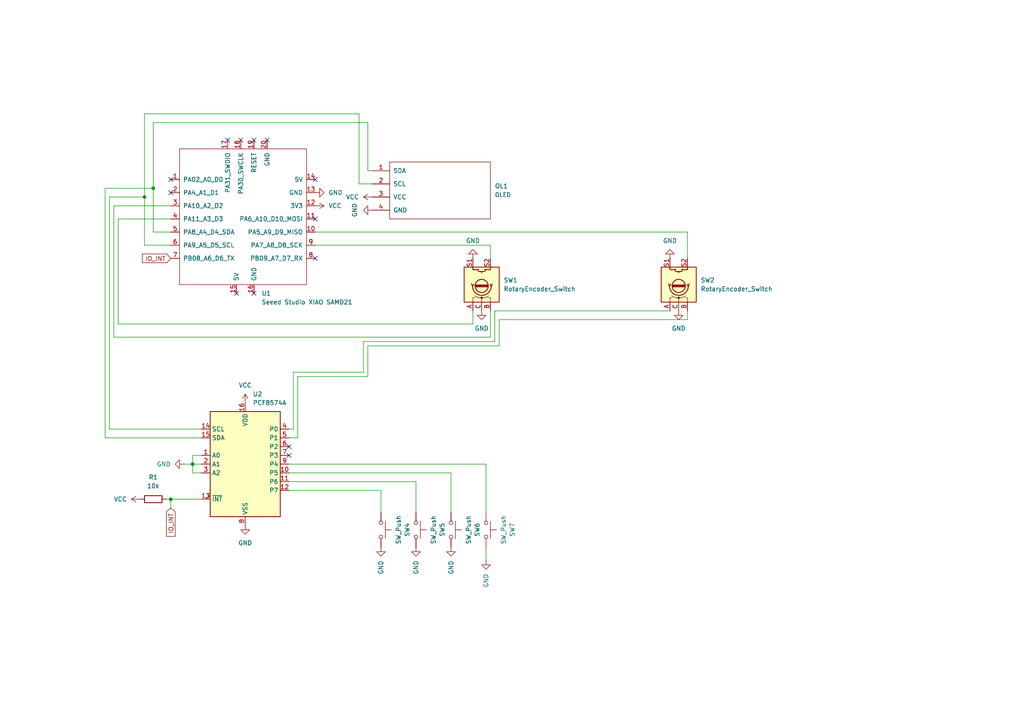
<source format=kicad_sch>
(kicad_sch
	(version 20250114)
	(generator "eeschema")
	(generator_version "9.0")
	(uuid "76a10a25-5de2-49b2-a98b-56cfcdc4918d")
	(paper "A4")
	(lib_symbols
		(symbol "Device:R"
			(pin_numbers
				(hide yes)
			)
			(pin_names
				(offset 0)
			)
			(exclude_from_sim no)
			(in_bom yes)
			(on_board yes)
			(property "Reference" "R"
				(at 2.032 0 90)
				(effects
					(font
						(size 1.27 1.27)
					)
				)
			)
			(property "Value" "R"
				(at 0 0 90)
				(effects
					(font
						(size 1.27 1.27)
					)
				)
			)
			(property "Footprint" ""
				(at -1.778 0 90)
				(effects
					(font
						(size 1.27 1.27)
					)
					(hide yes)
				)
			)
			(property "Datasheet" "~"
				(at 0 0 0)
				(effects
					(font
						(size 1.27 1.27)
					)
					(hide yes)
				)
			)
			(property "Description" "Resistor"
				(at 0 0 0)
				(effects
					(font
						(size 1.27 1.27)
					)
					(hide yes)
				)
			)
			(property "ki_keywords" "R res resistor"
				(at 0 0 0)
				(effects
					(font
						(size 1.27 1.27)
					)
					(hide yes)
				)
			)
			(property "ki_fp_filters" "R_*"
				(at 0 0 0)
				(effects
					(font
						(size 1.27 1.27)
					)
					(hide yes)
				)
			)
			(symbol "R_0_1"
				(rectangle
					(start -1.016 -2.54)
					(end 1.016 2.54)
					(stroke
						(width 0.254)
						(type default)
					)
					(fill
						(type none)
					)
				)
			)
			(symbol "R_1_1"
				(pin passive line
					(at 0 3.81 270)
					(length 1.27)
					(name "~"
						(effects
							(font
								(size 1.27 1.27)
							)
						)
					)
					(number "1"
						(effects
							(font
								(size 1.27 1.27)
							)
						)
					)
				)
				(pin passive line
					(at 0 -3.81 90)
					(length 1.27)
					(name "~"
						(effects
							(font
								(size 1.27 1.27)
							)
						)
					)
					(number "2"
						(effects
							(font
								(size 1.27 1.27)
							)
						)
					)
				)
			)
			(embedded_fonts no)
		)
		(symbol "Device:RotaryEncoder_Switch"
			(pin_names
				(offset 0.254)
				(hide yes)
			)
			(exclude_from_sim no)
			(in_bom yes)
			(on_board yes)
			(property "Reference" "SW"
				(at 0 6.604 0)
				(effects
					(font
						(size 1.27 1.27)
					)
				)
			)
			(property "Value" "RotaryEncoder_Switch"
				(at 0 -6.604 0)
				(effects
					(font
						(size 1.27 1.27)
					)
				)
			)
			(property "Footprint" ""
				(at -3.81 4.064 0)
				(effects
					(font
						(size 1.27 1.27)
					)
					(hide yes)
				)
			)
			(property "Datasheet" "~"
				(at 0 6.604 0)
				(effects
					(font
						(size 1.27 1.27)
					)
					(hide yes)
				)
			)
			(property "Description" "Rotary encoder, dual channel, incremental quadrate outputs, with switch"
				(at 0 0 0)
				(effects
					(font
						(size 1.27 1.27)
					)
					(hide yes)
				)
			)
			(property "ki_keywords" "rotary switch encoder switch push button"
				(at 0 0 0)
				(effects
					(font
						(size 1.27 1.27)
					)
					(hide yes)
				)
			)
			(property "ki_fp_filters" "RotaryEncoder*Switch*"
				(at 0 0 0)
				(effects
					(font
						(size 1.27 1.27)
					)
					(hide yes)
				)
			)
			(symbol "RotaryEncoder_Switch_0_1"
				(rectangle
					(start -5.08 5.08)
					(end 5.08 -5.08)
					(stroke
						(width 0.254)
						(type default)
					)
					(fill
						(type background)
					)
				)
				(polyline
					(pts
						(xy -5.08 2.54) (xy -3.81 2.54) (xy -3.81 2.032)
					)
					(stroke
						(width 0)
						(type default)
					)
					(fill
						(type none)
					)
				)
				(polyline
					(pts
						(xy -5.08 0) (xy -3.81 0) (xy -3.81 -1.016) (xy -3.302 -2.032)
					)
					(stroke
						(width 0)
						(type default)
					)
					(fill
						(type none)
					)
				)
				(polyline
					(pts
						(xy -5.08 -2.54) (xy -3.81 -2.54) (xy -3.81 -2.032)
					)
					(stroke
						(width 0)
						(type default)
					)
					(fill
						(type none)
					)
				)
				(polyline
					(pts
						(xy -4.318 0) (xy -3.81 0) (xy -3.81 1.016) (xy -3.302 2.032)
					)
					(stroke
						(width 0)
						(type default)
					)
					(fill
						(type none)
					)
				)
				(circle
					(center -3.81 0)
					(radius 0.254)
					(stroke
						(width 0)
						(type default)
					)
					(fill
						(type outline)
					)
				)
				(polyline
					(pts
						(xy -0.635 -1.778) (xy -0.635 1.778)
					)
					(stroke
						(width 0.254)
						(type default)
					)
					(fill
						(type none)
					)
				)
				(circle
					(center -0.381 0)
					(radius 1.905)
					(stroke
						(width 0.254)
						(type default)
					)
					(fill
						(type none)
					)
				)
				(polyline
					(pts
						(xy -0.381 -1.778) (xy -0.381 1.778)
					)
					(stroke
						(width 0.254)
						(type default)
					)
					(fill
						(type none)
					)
				)
				(arc
					(start -0.381 -2.794)
					(mid -3.0988 -0.0635)
					(end -0.381 2.667)
					(stroke
						(width 0.254)
						(type default)
					)
					(fill
						(type none)
					)
				)
				(polyline
					(pts
						(xy -0.127 1.778) (xy -0.127 -1.778)
					)
					(stroke
						(width 0.254)
						(type default)
					)
					(fill
						(type none)
					)
				)
				(polyline
					(pts
						(xy 0.254 2.921) (xy -0.508 2.667) (xy 0.127 2.286)
					)
					(stroke
						(width 0.254)
						(type default)
					)
					(fill
						(type none)
					)
				)
				(polyline
					(pts
						(xy 0.254 -3.048) (xy -0.508 -2.794) (xy 0.127 -2.413)
					)
					(stroke
						(width 0.254)
						(type default)
					)
					(fill
						(type none)
					)
				)
				(polyline
					(pts
						(xy 3.81 1.016) (xy 3.81 -1.016)
					)
					(stroke
						(width 0.254)
						(type default)
					)
					(fill
						(type none)
					)
				)
				(polyline
					(pts
						(xy 3.81 0) (xy 3.429 0)
					)
					(stroke
						(width 0.254)
						(type default)
					)
					(fill
						(type none)
					)
				)
				(circle
					(center 4.318 1.016)
					(radius 0.127)
					(stroke
						(width 0.254)
						(type default)
					)
					(fill
						(type none)
					)
				)
				(circle
					(center 4.318 -1.016)
					(radius 0.127)
					(stroke
						(width 0.254)
						(type default)
					)
					(fill
						(type none)
					)
				)
				(polyline
					(pts
						(xy 5.08 2.54) (xy 4.318 2.54) (xy 4.318 1.016)
					)
					(stroke
						(width 0.254)
						(type default)
					)
					(fill
						(type none)
					)
				)
				(polyline
					(pts
						(xy 5.08 -2.54) (xy 4.318 -2.54) (xy 4.318 -1.016)
					)
					(stroke
						(width 0.254)
						(type default)
					)
					(fill
						(type none)
					)
				)
			)
			(symbol "RotaryEncoder_Switch_1_1"
				(pin passive line
					(at -7.62 2.54 0)
					(length 2.54)
					(name "A"
						(effects
							(font
								(size 1.27 1.27)
							)
						)
					)
					(number "A"
						(effects
							(font
								(size 1.27 1.27)
							)
						)
					)
				)
				(pin passive line
					(at -7.62 0 0)
					(length 2.54)
					(name "C"
						(effects
							(font
								(size 1.27 1.27)
							)
						)
					)
					(number "C"
						(effects
							(font
								(size 1.27 1.27)
							)
						)
					)
				)
				(pin passive line
					(at -7.62 -2.54 0)
					(length 2.54)
					(name "B"
						(effects
							(font
								(size 1.27 1.27)
							)
						)
					)
					(number "B"
						(effects
							(font
								(size 1.27 1.27)
							)
						)
					)
				)
				(pin passive line
					(at 7.62 2.54 180)
					(length 2.54)
					(name "S1"
						(effects
							(font
								(size 1.27 1.27)
							)
						)
					)
					(number "S1"
						(effects
							(font
								(size 1.27 1.27)
							)
						)
					)
				)
				(pin passive line
					(at 7.62 -2.54 180)
					(length 2.54)
					(name "S2"
						(effects
							(font
								(size 1.27 1.27)
							)
						)
					)
					(number "S2"
						(effects
							(font
								(size 1.27 1.27)
							)
						)
					)
				)
			)
			(embedded_fonts no)
		)
		(symbol "Interface_Expansion:PCF8574A"
			(exclude_from_sim no)
			(in_bom yes)
			(on_board yes)
			(property "Reference" "U"
				(at -8.89 16.51 0)
				(effects
					(font
						(size 1.27 1.27)
					)
					(justify left)
				)
			)
			(property "Value" "PCF8574A"
				(at 2.54 16.51 0)
				(effects
					(font
						(size 1.27 1.27)
					)
					(justify left)
				)
			)
			(property "Footprint" ""
				(at 0 0 0)
				(effects
					(font
						(size 1.27 1.27)
					)
					(hide yes)
				)
			)
			(property "Datasheet" "http://www.nxp.com/docs/en/data-sheet/PCF8574_PCF8574A.pdf"
				(at 0 0 0)
				(effects
					(font
						(size 1.27 1.27)
					)
					(hide yes)
				)
			)
			(property "Description" "8 Bit Port/Expander to I2C Bus, DIP/SOIC-16"
				(at 0 0 0)
				(effects
					(font
						(size 1.27 1.27)
					)
					(hide yes)
				)
			)
			(property "ki_keywords" "I2C Expander"
				(at 0 0 0)
				(effects
					(font
						(size 1.27 1.27)
					)
					(hide yes)
				)
			)
			(property "ki_fp_filters" "DIP*W7.62mm* SOIC*7.5x10.3mm*P1.27mm*"
				(at 0 0 0)
				(effects
					(font
						(size 1.27 1.27)
					)
					(hide yes)
				)
			)
			(symbol "PCF8574A_0_1"
				(rectangle
					(start -10.16 15.24)
					(end 10.16 -15.24)
					(stroke
						(width 0.254)
						(type default)
					)
					(fill
						(type background)
					)
				)
			)
			(symbol "PCF8574A_1_1"
				(pin input line
					(at -12.7 10.16 0)
					(length 2.54)
					(name "SCL"
						(effects
							(font
								(size 1.27 1.27)
							)
						)
					)
					(number "14"
						(effects
							(font
								(size 1.27 1.27)
							)
						)
					)
				)
				(pin bidirectional line
					(at -12.7 7.62 0)
					(length 2.54)
					(name "SDA"
						(effects
							(font
								(size 1.27 1.27)
							)
						)
					)
					(number "15"
						(effects
							(font
								(size 1.27 1.27)
							)
						)
					)
				)
				(pin input line
					(at -12.7 2.54 0)
					(length 2.54)
					(name "A0"
						(effects
							(font
								(size 1.27 1.27)
							)
						)
					)
					(number "1"
						(effects
							(font
								(size 1.27 1.27)
							)
						)
					)
				)
				(pin input line
					(at -12.7 0 0)
					(length 2.54)
					(name "A1"
						(effects
							(font
								(size 1.27 1.27)
							)
						)
					)
					(number "2"
						(effects
							(font
								(size 1.27 1.27)
							)
						)
					)
				)
				(pin input line
					(at -12.7 -2.54 0)
					(length 2.54)
					(name "A2"
						(effects
							(font
								(size 1.27 1.27)
							)
						)
					)
					(number "3"
						(effects
							(font
								(size 1.27 1.27)
							)
						)
					)
				)
				(pin open_collector output_low
					(at -12.7 -10.16 0)
					(length 2.54)
					(name "~{INT}"
						(effects
							(font
								(size 1.27 1.27)
							)
						)
					)
					(number "13"
						(effects
							(font
								(size 1.27 1.27)
							)
						)
					)
				)
				(pin power_in line
					(at 0 17.78 270)
					(length 2.54)
					(name "VDD"
						(effects
							(font
								(size 1.27 1.27)
							)
						)
					)
					(number "16"
						(effects
							(font
								(size 1.27 1.27)
							)
						)
					)
				)
				(pin power_in line
					(at 0 -17.78 90)
					(length 2.54)
					(name "VSS"
						(effects
							(font
								(size 1.27 1.27)
							)
						)
					)
					(number "8"
						(effects
							(font
								(size 1.27 1.27)
							)
						)
					)
				)
				(pin bidirectional line
					(at 12.7 10.16 180)
					(length 2.54)
					(name "P0"
						(effects
							(font
								(size 1.27 1.27)
							)
						)
					)
					(number "4"
						(effects
							(font
								(size 1.27 1.27)
							)
						)
					)
				)
				(pin bidirectional line
					(at 12.7 7.62 180)
					(length 2.54)
					(name "P1"
						(effects
							(font
								(size 1.27 1.27)
							)
						)
					)
					(number "5"
						(effects
							(font
								(size 1.27 1.27)
							)
						)
					)
				)
				(pin bidirectional line
					(at 12.7 5.08 180)
					(length 2.54)
					(name "P2"
						(effects
							(font
								(size 1.27 1.27)
							)
						)
					)
					(number "6"
						(effects
							(font
								(size 1.27 1.27)
							)
						)
					)
				)
				(pin bidirectional line
					(at 12.7 2.54 180)
					(length 2.54)
					(name "P3"
						(effects
							(font
								(size 1.27 1.27)
							)
						)
					)
					(number "7"
						(effects
							(font
								(size 1.27 1.27)
							)
						)
					)
				)
				(pin bidirectional line
					(at 12.7 0 180)
					(length 2.54)
					(name "P4"
						(effects
							(font
								(size 1.27 1.27)
							)
						)
					)
					(number "9"
						(effects
							(font
								(size 1.27 1.27)
							)
						)
					)
				)
				(pin bidirectional line
					(at 12.7 -2.54 180)
					(length 2.54)
					(name "P5"
						(effects
							(font
								(size 1.27 1.27)
							)
						)
					)
					(number "10"
						(effects
							(font
								(size 1.27 1.27)
							)
						)
					)
				)
				(pin bidirectional line
					(at 12.7 -5.08 180)
					(length 2.54)
					(name "P6"
						(effects
							(font
								(size 1.27 1.27)
							)
						)
					)
					(number "11"
						(effects
							(font
								(size 1.27 1.27)
							)
						)
					)
				)
				(pin bidirectional line
					(at 12.7 -7.62 180)
					(length 2.54)
					(name "P7"
						(effects
							(font
								(size 1.27 1.27)
							)
						)
					)
					(number "12"
						(effects
							(font
								(size 1.27 1.27)
							)
						)
					)
				)
			)
			(embedded_fonts no)
		)
		(symbol "Seeed_Studio_XIAO_Series:Seeed Studio XIAO SAMD21"
			(pin_names
				(offset 1.016)
			)
			(exclude_from_sim no)
			(in_bom yes)
			(on_board yes)
			(property "Reference" "U"
				(at -19.05 22.86 0)
				(effects
					(font
						(size 1.27 1.27)
					)
				)
			)
			(property "Value" "Seeed Studio XIAO SAMD21"
				(at -12.7 21.59 0)
				(effects
					(font
						(size 1.27 1.27)
					)
				)
			)
			(property "Footprint" ""
				(at -8.89 5.08 0)
				(effects
					(font
						(size 1.27 1.27)
					)
					(hide yes)
				)
			)
			(property "Datasheet" ""
				(at -8.89 5.08 0)
				(effects
					(font
						(size 1.27 1.27)
					)
					(hide yes)
				)
			)
			(property "Description" ""
				(at 0 0 0)
				(effects
					(font
						(size 1.27 1.27)
					)
					(hide yes)
				)
			)
			(symbol "Seeed Studio XIAO SAMD21_0_1"
				(rectangle
					(start -19.05 20.32)
					(end 17.78 -19.05)
					(stroke
						(width 0)
						(type default)
					)
					(fill
						(type none)
					)
				)
			)
			(symbol "Seeed Studio XIAO SAMD21_1_1"
				(pin unspecified line
					(at -21.59 11.43 0)
					(length 2.54)
					(name "PA02_A0_D0"
						(effects
							(font
								(size 1.27 1.27)
							)
						)
					)
					(number "1"
						(effects
							(font
								(size 1.27 1.27)
							)
						)
					)
				)
				(pin unspecified line
					(at -21.59 7.62 0)
					(length 2.54)
					(name "PA4_A1_D1"
						(effects
							(font
								(size 1.27 1.27)
							)
						)
					)
					(number "2"
						(effects
							(font
								(size 1.27 1.27)
							)
						)
					)
				)
				(pin unspecified line
					(at -21.59 3.81 0)
					(length 2.54)
					(name "PA10_A2_D2"
						(effects
							(font
								(size 1.27 1.27)
							)
						)
					)
					(number "3"
						(effects
							(font
								(size 1.27 1.27)
							)
						)
					)
				)
				(pin unspecified line
					(at -21.59 0 0)
					(length 2.54)
					(name "PA11_A3_D3"
						(effects
							(font
								(size 1.27 1.27)
							)
						)
					)
					(number "4"
						(effects
							(font
								(size 1.27 1.27)
							)
						)
					)
				)
				(pin unspecified line
					(at -21.59 -3.81 0)
					(length 2.54)
					(name "PA8_A4_D4_SDA"
						(effects
							(font
								(size 1.27 1.27)
							)
						)
					)
					(number "5"
						(effects
							(font
								(size 1.27 1.27)
							)
						)
					)
				)
				(pin unspecified line
					(at -21.59 -7.62 0)
					(length 2.54)
					(name "PA9_A5_D5_SCL"
						(effects
							(font
								(size 1.27 1.27)
							)
						)
					)
					(number "6"
						(effects
							(font
								(size 1.27 1.27)
							)
						)
					)
				)
				(pin unspecified line
					(at -21.59 -11.43 0)
					(length 2.54)
					(name "PB08_A6_D6_TX"
						(effects
							(font
								(size 1.27 1.27)
							)
						)
					)
					(number "7"
						(effects
							(font
								(size 1.27 1.27)
							)
						)
					)
				)
				(pin input line
					(at -5.08 22.86 270)
					(length 2.54)
					(name "PA31_SWDIO"
						(effects
							(font
								(size 1.27 1.27)
							)
						)
					)
					(number "17"
						(effects
							(font
								(size 1.27 1.27)
							)
						)
					)
				)
				(pin input line
					(at -2.54 -21.59 90)
					(length 2.54)
					(name "5V"
						(effects
							(font
								(size 1.27 1.27)
							)
						)
					)
					(number "15"
						(effects
							(font
								(size 1.27 1.27)
							)
						)
					)
				)
				(pin input line
					(at -1.27 22.86 270)
					(length 2.54)
					(name "PA30_SWCLK"
						(effects
							(font
								(size 1.27 1.27)
							)
						)
					)
					(number "18"
						(effects
							(font
								(size 1.27 1.27)
							)
						)
					)
				)
				(pin input line
					(at 2.54 22.86 270)
					(length 2.54)
					(name "RESET"
						(effects
							(font
								(size 1.27 1.27)
							)
						)
					)
					(number "19"
						(effects
							(font
								(size 1.27 1.27)
							)
						)
					)
				)
				(pin input line
					(at 2.54 -21.59 90)
					(length 2.54)
					(name "GND"
						(effects
							(font
								(size 1.27 1.27)
							)
						)
					)
					(number "16"
						(effects
							(font
								(size 1.27 1.27)
							)
						)
					)
				)
				(pin input line
					(at 6.35 22.86 270)
					(length 2.54)
					(name "GND"
						(effects
							(font
								(size 1.27 1.27)
							)
						)
					)
					(number "20"
						(effects
							(font
								(size 1.27 1.27)
							)
						)
					)
				)
				(pin unspecified line
					(at 20.32 11.43 180)
					(length 2.54)
					(name "5V"
						(effects
							(font
								(size 1.27 1.27)
							)
						)
					)
					(number "14"
						(effects
							(font
								(size 1.27 1.27)
							)
						)
					)
				)
				(pin unspecified line
					(at 20.32 7.62 180)
					(length 2.54)
					(name "GND"
						(effects
							(font
								(size 1.27 1.27)
							)
						)
					)
					(number "13"
						(effects
							(font
								(size 1.27 1.27)
							)
						)
					)
				)
				(pin unspecified line
					(at 20.32 3.81 180)
					(length 2.54)
					(name "3V3"
						(effects
							(font
								(size 1.27 1.27)
							)
						)
					)
					(number "12"
						(effects
							(font
								(size 1.27 1.27)
							)
						)
					)
				)
				(pin unspecified line
					(at 20.32 0 180)
					(length 2.54)
					(name "PA6_A10_D10_MOSI"
						(effects
							(font
								(size 1.27 1.27)
							)
						)
					)
					(number "11"
						(effects
							(font
								(size 1.27 1.27)
							)
						)
					)
				)
				(pin unspecified line
					(at 20.32 -3.81 180)
					(length 2.54)
					(name "PA5_A9_D9_MISO"
						(effects
							(font
								(size 1.27 1.27)
							)
						)
					)
					(number "10"
						(effects
							(font
								(size 1.27 1.27)
							)
						)
					)
				)
				(pin unspecified line
					(at 20.32 -7.62 180)
					(length 2.54)
					(name "PA7_A8_D8_SCK"
						(effects
							(font
								(size 1.27 1.27)
							)
						)
					)
					(number "9"
						(effects
							(font
								(size 1.27 1.27)
							)
						)
					)
				)
				(pin unspecified line
					(at 20.32 -11.43 180)
					(length 2.54)
					(name "PB09_A7_D7_RX"
						(effects
							(font
								(size 1.27 1.27)
							)
						)
					)
					(number "8"
						(effects
							(font
								(size 1.27 1.27)
							)
						)
					)
				)
			)
			(embedded_fonts no)
		)
		(symbol "Switch:SW_Push"
			(pin_numbers
				(hide yes)
			)
			(pin_names
				(offset 1.016)
				(hide yes)
			)
			(exclude_from_sim no)
			(in_bom yes)
			(on_board yes)
			(property "Reference" "SW"
				(at 1.27 2.54 0)
				(effects
					(font
						(size 1.27 1.27)
					)
					(justify left)
				)
			)
			(property "Value" "SW_Push"
				(at 0 -1.524 0)
				(effects
					(font
						(size 1.27 1.27)
					)
				)
			)
			(property "Footprint" ""
				(at 0 5.08 0)
				(effects
					(font
						(size 1.27 1.27)
					)
					(hide yes)
				)
			)
			(property "Datasheet" "~"
				(at 0 5.08 0)
				(effects
					(font
						(size 1.27 1.27)
					)
					(hide yes)
				)
			)
			(property "Description" "Push button switch, generic, two pins"
				(at 0 0 0)
				(effects
					(font
						(size 1.27 1.27)
					)
					(hide yes)
				)
			)
			(property "ki_keywords" "switch normally-open pushbutton push-button"
				(at 0 0 0)
				(effects
					(font
						(size 1.27 1.27)
					)
					(hide yes)
				)
			)
			(symbol "SW_Push_0_1"
				(circle
					(center -2.032 0)
					(radius 0.508)
					(stroke
						(width 0)
						(type default)
					)
					(fill
						(type none)
					)
				)
				(polyline
					(pts
						(xy 0 1.27) (xy 0 3.048)
					)
					(stroke
						(width 0)
						(type default)
					)
					(fill
						(type none)
					)
				)
				(circle
					(center 2.032 0)
					(radius 0.508)
					(stroke
						(width 0)
						(type default)
					)
					(fill
						(type none)
					)
				)
				(polyline
					(pts
						(xy 2.54 1.27) (xy -2.54 1.27)
					)
					(stroke
						(width 0)
						(type default)
					)
					(fill
						(type none)
					)
				)
				(pin passive line
					(at -5.08 0 0)
					(length 2.54)
					(name "1"
						(effects
							(font
								(size 1.27 1.27)
							)
						)
					)
					(number "1"
						(effects
							(font
								(size 1.27 1.27)
							)
						)
					)
				)
				(pin passive line
					(at 5.08 0 180)
					(length 2.54)
					(name "2"
						(effects
							(font
								(size 1.27 1.27)
							)
						)
					)
					(number "2"
						(effects
							(font
								(size 1.27 1.27)
							)
						)
					)
				)
			)
			(embedded_fonts no)
		)
		(symbol "kbd:OLED"
			(pin_names
				(offset 1.016)
			)
			(exclude_from_sim no)
			(in_bom yes)
			(on_board yes)
			(property "Reference" "OL"
				(at 0 2.54 0)
				(effects
					(font
						(size 1.2954 1.2954)
					)
				)
			)
			(property "Value" "OLED"
				(at 0 -1.27 0)
				(effects
					(font
						(size 1.1938 1.1938)
					)
				)
			)
			(property "Footprint" ""
				(at 0 2.54 0)
				(effects
					(font
						(size 1.524 1.524)
					)
					(hide yes)
				)
			)
			(property "Datasheet" ""
				(at 0 2.54 0)
				(effects
					(font
						(size 1.524 1.524)
					)
					(hide yes)
				)
			)
			(property "Description" ""
				(at 0 0 0)
				(effects
					(font
						(size 1.27 1.27)
					)
					(hide yes)
				)
			)
			(symbol "OLED_0_1"
				(rectangle
					(start -13.97 8.89)
					(end 15.24 -7.62)
					(stroke
						(width 0)
						(type solid)
					)
					(fill
						(type none)
					)
				)
			)
			(symbol "OLED_1_1"
				(pin bidirectional line
					(at -19.05 6.35 0)
					(length 5.08)
					(name "SDA"
						(effects
							(font
								(size 1.27 1.27)
							)
						)
					)
					(number "1"
						(effects
							(font
								(size 1.27 1.27)
							)
						)
					)
				)
				(pin bidirectional line
					(at -19.05 2.54 0)
					(length 5.08)
					(name "SCL"
						(effects
							(font
								(size 1.27 1.27)
							)
						)
					)
					(number "2"
						(effects
							(font
								(size 1.27 1.27)
							)
						)
					)
				)
				(pin power_in line
					(at -19.05 -1.27 0)
					(length 5.08)
					(name "VCC"
						(effects
							(font
								(size 1.27 1.27)
							)
						)
					)
					(number "3"
						(effects
							(font
								(size 1.27 1.27)
							)
						)
					)
				)
				(pin power_in line
					(at -19.05 -5.08 0)
					(length 5.08)
					(name "GND"
						(effects
							(font
								(size 1.27 1.27)
							)
						)
					)
					(number "4"
						(effects
							(font
								(size 1.27 1.27)
							)
						)
					)
				)
			)
			(embedded_fonts no)
		)
		(symbol "power:GND"
			(power)
			(pin_numbers
				(hide yes)
			)
			(pin_names
				(offset 0)
				(hide yes)
			)
			(exclude_from_sim no)
			(in_bom yes)
			(on_board yes)
			(property "Reference" "#PWR"
				(at 0 -6.35 0)
				(effects
					(font
						(size 1.27 1.27)
					)
					(hide yes)
				)
			)
			(property "Value" "GND"
				(at 0 -3.81 0)
				(effects
					(font
						(size 1.27 1.27)
					)
				)
			)
			(property "Footprint" ""
				(at 0 0 0)
				(effects
					(font
						(size 1.27 1.27)
					)
					(hide yes)
				)
			)
			(property "Datasheet" ""
				(at 0 0 0)
				(effects
					(font
						(size 1.27 1.27)
					)
					(hide yes)
				)
			)
			(property "Description" "Power symbol creates a global label with name \"GND\" , ground"
				(at 0 0 0)
				(effects
					(font
						(size 1.27 1.27)
					)
					(hide yes)
				)
			)
			(property "ki_keywords" "global power"
				(at 0 0 0)
				(effects
					(font
						(size 1.27 1.27)
					)
					(hide yes)
				)
			)
			(symbol "GND_0_1"
				(polyline
					(pts
						(xy 0 0) (xy 0 -1.27) (xy 1.27 -1.27) (xy 0 -2.54) (xy -1.27 -1.27) (xy 0 -1.27)
					)
					(stroke
						(width 0)
						(type default)
					)
					(fill
						(type none)
					)
				)
			)
			(symbol "GND_1_1"
				(pin power_in line
					(at 0 0 270)
					(length 0)
					(name "~"
						(effects
							(font
								(size 1.27 1.27)
							)
						)
					)
					(number "1"
						(effects
							(font
								(size 1.27 1.27)
							)
						)
					)
				)
			)
			(embedded_fonts no)
		)
		(symbol "power:VCC"
			(power)
			(pin_numbers
				(hide yes)
			)
			(pin_names
				(offset 0)
				(hide yes)
			)
			(exclude_from_sim no)
			(in_bom yes)
			(on_board yes)
			(property "Reference" "#PWR"
				(at 0 -3.81 0)
				(effects
					(font
						(size 1.27 1.27)
					)
					(hide yes)
				)
			)
			(property "Value" "VCC"
				(at 0 3.556 0)
				(effects
					(font
						(size 1.27 1.27)
					)
				)
			)
			(property "Footprint" ""
				(at 0 0 0)
				(effects
					(font
						(size 1.27 1.27)
					)
					(hide yes)
				)
			)
			(property "Datasheet" ""
				(at 0 0 0)
				(effects
					(font
						(size 1.27 1.27)
					)
					(hide yes)
				)
			)
			(property "Description" "Power symbol creates a global label with name \"VCC\""
				(at 0 0 0)
				(effects
					(font
						(size 1.27 1.27)
					)
					(hide yes)
				)
			)
			(property "ki_keywords" "global power"
				(at 0 0 0)
				(effects
					(font
						(size 1.27 1.27)
					)
					(hide yes)
				)
			)
			(symbol "VCC_0_1"
				(polyline
					(pts
						(xy -0.762 1.27) (xy 0 2.54)
					)
					(stroke
						(width 0)
						(type default)
					)
					(fill
						(type none)
					)
				)
				(polyline
					(pts
						(xy 0 2.54) (xy 0.762 1.27)
					)
					(stroke
						(width 0)
						(type default)
					)
					(fill
						(type none)
					)
				)
				(polyline
					(pts
						(xy 0 0) (xy 0 2.54)
					)
					(stroke
						(width 0)
						(type default)
					)
					(fill
						(type none)
					)
				)
			)
			(symbol "VCC_1_1"
				(pin power_in line
					(at 0 0 90)
					(length 0)
					(name "~"
						(effects
							(font
								(size 1.27 1.27)
							)
						)
					)
					(number "1"
						(effects
							(font
								(size 1.27 1.27)
							)
						)
					)
				)
			)
			(embedded_fonts no)
		)
	)
	(junction
		(at 44.45 54.61)
		(diameter 0)
		(color 0 0 0 0)
		(uuid "85bcd8f3-7024-4247-bd0d-90b5acc94a2d")
	)
	(junction
		(at 49.53 144.78)
		(diameter 0)
		(color 0 0 0 0)
		(uuid "bccbce82-8f3f-4135-91fe-bdc909c7b703")
	)
	(junction
		(at 55.88 134.62)
		(diameter 0)
		(color 0 0 0 0)
		(uuid "e33cb1e3-36b8-44db-8c6f-e633482a58d6")
	)
	(junction
		(at 41.91 57.15)
		(diameter 0)
		(color 0 0 0 0)
		(uuid "e377cd86-1bc9-401c-bc9c-1be0471421b6")
	)
	(no_connect
		(at 83.82 129.54)
		(uuid "1f17a4cb-7617-4c58-8d5c-5cdf7e068cc0")
	)
	(no_connect
		(at 91.44 74.93)
		(uuid "3344c65b-2ed5-4561-bf47-2e6f9aa41ae6")
	)
	(no_connect
		(at 91.44 63.5)
		(uuid "39e4b6b2-b52e-4068-b447-8b091338733f")
	)
	(no_connect
		(at 77.47 40.64)
		(uuid "3a1e8047-2014-48a6-af64-55dbd2269e37")
	)
	(no_connect
		(at 91.44 52.07)
		(uuid "3b83701b-dc37-4fd9-906d-badb05c4faba")
	)
	(no_connect
		(at 66.04 40.64)
		(uuid "5533450a-7d0f-4311-8b2b-6c187eeba4ff")
	)
	(no_connect
		(at 49.53 52.07)
		(uuid "62ba40e6-69f1-4567-9082-a001206b416b")
	)
	(no_connect
		(at 83.82 132.08)
		(uuid "a8387f5f-39b2-48d2-9cb6-8727b2706b48")
	)
	(no_connect
		(at 68.58 85.09)
		(uuid "bcfdf298-2614-44e4-848e-63fe7abe47b4")
	)
	(no_connect
		(at 73.66 85.09)
		(uuid "dc571340-80fd-488e-9e0a-9c46ea56ee39")
	)
	(no_connect
		(at 73.66 40.64)
		(uuid "e9b57095-ac64-435b-84f0-eb64085c7304")
	)
	(no_connect
		(at 69.85 40.64)
		(uuid "f0d20379-e4b1-40b7-abda-d86aee207522")
	)
	(no_connect
		(at 49.53 55.88)
		(uuid "fcc3bdf7-502a-413c-bc0c-c58eccac71b2")
	)
	(wire
		(pts
			(xy 53.34 134.62) (xy 55.88 134.62)
		)
		(stroke
			(width 0)
			(type default)
		)
		(uuid "045fd0cd-4769-45cb-8ced-d90416463fc6")
	)
	(wire
		(pts
			(xy 106.68 100.33) (xy 144.78 100.33)
		)
		(stroke
			(width 0)
			(type default)
		)
		(uuid "054d7838-8c61-4f57-8aa9-a92d63e9a5f4")
	)
	(wire
		(pts
			(xy 34.29 63.5) (xy 49.53 63.5)
		)
		(stroke
			(width 0)
			(type default)
		)
		(uuid "0560852b-b655-44ce-834f-729268196bd3")
	)
	(wire
		(pts
			(xy 137.16 93.98) (xy 34.29 93.98)
		)
		(stroke
			(width 0)
			(type default)
		)
		(uuid "0590db10-8b5a-4dc3-87e1-c7b995386920")
	)
	(wire
		(pts
			(xy 144.78 100.33) (xy 144.78 92.71)
		)
		(stroke
			(width 0)
			(type default)
		)
		(uuid "097456cf-b1a3-447a-a425-d6beaf6ea33b")
	)
	(wire
		(pts
			(xy 91.44 67.31) (xy 199.39 67.31)
		)
		(stroke
			(width 0)
			(type default)
		)
		(uuid "19671a63-add5-4069-ad09-ad708087554a")
	)
	(wire
		(pts
			(xy 44.45 67.31) (xy 44.45 54.61)
		)
		(stroke
			(width 0)
			(type default)
		)
		(uuid "2a322abc-b3fb-4587-99c5-1f325b0e40e4")
	)
	(wire
		(pts
			(xy 33.02 97.79) (xy 33.02 59.69)
		)
		(stroke
			(width 0)
			(type default)
		)
		(uuid "2de44252-d4d0-4011-9c13-e3a83857f11f")
	)
	(wire
		(pts
			(xy 30.48 54.61) (xy 44.45 54.61)
		)
		(stroke
			(width 0)
			(type default)
		)
		(uuid "31f78802-85d4-42d9-801b-6a683afa63c6")
	)
	(wire
		(pts
			(xy 120.65 148.59) (xy 120.65 139.7)
		)
		(stroke
			(width 0)
			(type default)
		)
		(uuid "3ee8c03f-212d-4e68-b377-ac2767238f95")
	)
	(wire
		(pts
			(xy 137.16 90.17) (xy 137.16 93.98)
		)
		(stroke
			(width 0)
			(type default)
		)
		(uuid "43580e83-88c4-4ec9-b89b-8ba7ee814f97")
	)
	(wire
		(pts
			(xy 83.82 127) (xy 86.36 127)
		)
		(stroke
			(width 0)
			(type default)
		)
		(uuid "43ed262b-645b-4379-baed-acd3b99b1ece")
	)
	(wire
		(pts
			(xy 41.91 57.15) (xy 41.91 71.12)
		)
		(stroke
			(width 0)
			(type default)
		)
		(uuid "45d7d5c8-0e59-4b6a-a259-b9bbc501c2c6")
	)
	(wire
		(pts
			(xy 142.24 97.79) (xy 33.02 97.79)
		)
		(stroke
			(width 0)
			(type default)
		)
		(uuid "4702d7cd-1900-48fd-9706-00bb0a50df4e")
	)
	(wire
		(pts
			(xy 34.29 93.98) (xy 34.29 63.5)
		)
		(stroke
			(width 0)
			(type default)
		)
		(uuid "4986ffe6-414c-4dad-b085-0c4a67cb4222")
	)
	(wire
		(pts
			(xy 55.88 132.08) (xy 55.88 134.62)
		)
		(stroke
			(width 0)
			(type default)
		)
		(uuid "49a2bc90-ca62-43be-9ffb-3a76887938e1")
	)
	(wire
		(pts
			(xy 106.68 109.22) (xy 106.68 100.33)
		)
		(stroke
			(width 0)
			(type default)
		)
		(uuid "4c84bea4-8391-442a-9175-924f207693d6")
	)
	(wire
		(pts
			(xy 142.24 71.12) (xy 142.24 74.93)
		)
		(stroke
			(width 0)
			(type default)
		)
		(uuid "526752a9-c98c-482d-aedb-e56d215f524e")
	)
	(wire
		(pts
			(xy 85.09 107.95) (xy 85.09 124.46)
		)
		(stroke
			(width 0)
			(type default)
		)
		(uuid "577bafcb-caab-46a9-8cc5-6e9d0dee89f1")
	)
	(wire
		(pts
			(xy 91.44 71.12) (xy 142.24 71.12)
		)
		(stroke
			(width 0)
			(type default)
		)
		(uuid "600f9400-e359-4639-80e6-1f5b5e772bf8")
	)
	(wire
		(pts
			(xy 140.97 134.62) (xy 83.82 134.62)
		)
		(stroke
			(width 0)
			(type default)
		)
		(uuid "636c6451-5d17-4f59-bba3-9a63951d7edc")
	)
	(wire
		(pts
			(xy 30.48 127) (xy 30.48 54.61)
		)
		(stroke
			(width 0)
			(type default)
		)
		(uuid "637f4045-ed3e-49c7-b25c-3980e3f19fb3")
	)
	(wire
		(pts
			(xy 144.78 92.71) (xy 199.39 92.71)
		)
		(stroke
			(width 0)
			(type default)
		)
		(uuid "6b078871-f2ac-4a81-b803-9a444b011120")
	)
	(wire
		(pts
			(xy 49.53 144.78) (xy 49.53 147.32)
		)
		(stroke
			(width 0)
			(type default)
		)
		(uuid "781a7278-27f9-43a6-b81b-7c681a5357e1")
	)
	(wire
		(pts
			(xy 83.82 142.24) (xy 110.49 142.24)
		)
		(stroke
			(width 0)
			(type default)
		)
		(uuid "786154e4-dd03-4772-b37a-877e8fd264c5")
	)
	(wire
		(pts
			(xy 199.39 67.31) (xy 199.39 74.93)
		)
		(stroke
			(width 0)
			(type default)
		)
		(uuid "826749b7-edbc-4f03-8cf8-325b93100375")
	)
	(wire
		(pts
			(xy 85.09 124.46) (xy 83.82 124.46)
		)
		(stroke
			(width 0)
			(type default)
		)
		(uuid "832d2aff-0164-4c2d-b9b2-c1b53e4d26b6")
	)
	(wire
		(pts
			(xy 130.81 137.16) (xy 130.81 148.59)
		)
		(stroke
			(width 0)
			(type default)
		)
		(uuid "8668f95c-cff8-449c-84db-8e6fd456863e")
	)
	(wire
		(pts
			(xy 58.42 124.46) (xy 31.75 124.46)
		)
		(stroke
			(width 0)
			(type default)
		)
		(uuid "87ccdb57-1081-470c-8939-545ef4546a8e")
	)
	(wire
		(pts
			(xy 33.02 59.69) (xy 49.53 59.69)
		)
		(stroke
			(width 0)
			(type default)
		)
		(uuid "87e2ef89-9731-4b88-b233-e6c29abb97d9")
	)
	(wire
		(pts
			(xy 48.26 144.78) (xy 49.53 144.78)
		)
		(stroke
			(width 0)
			(type default)
		)
		(uuid "8a6b6fbf-25e7-47a1-8759-f11a91ca1f06")
	)
	(wire
		(pts
			(xy 31.75 124.46) (xy 31.75 57.15)
		)
		(stroke
			(width 0)
			(type default)
		)
		(uuid "8c5acc02-c5c4-47eb-9351-8672909efdaa")
	)
	(wire
		(pts
			(xy 143.51 90.17) (xy 143.51 99.06)
		)
		(stroke
			(width 0)
			(type default)
		)
		(uuid "9203a05a-afc5-488e-b5d5-e678dd7a4747")
	)
	(wire
		(pts
			(xy 104.14 33.02) (xy 104.14 53.34)
		)
		(stroke
			(width 0)
			(type default)
		)
		(uuid "93f8afc9-4caf-4bc3-aab2-c78fb1eff561")
	)
	(wire
		(pts
			(xy 104.14 53.34) (xy 107.95 53.34)
		)
		(stroke
			(width 0)
			(type default)
		)
		(uuid "9a13403c-0140-4890-b6d1-0352d74fc9f4")
	)
	(wire
		(pts
			(xy 58.42 137.16) (xy 55.88 137.16)
		)
		(stroke
			(width 0)
			(type default)
		)
		(uuid "9c757e57-f35d-4b05-80e0-f8cf114ebde0")
	)
	(wire
		(pts
			(xy 83.82 137.16) (xy 130.81 137.16)
		)
		(stroke
			(width 0)
			(type default)
		)
		(uuid "9d3ad751-6a28-42d9-a53a-5b10a4a96298")
	)
	(wire
		(pts
			(xy 83.82 139.7) (xy 120.65 139.7)
		)
		(stroke
			(width 0)
			(type default)
		)
		(uuid "9f99780c-17b4-496e-8d9e-d8eede2507dd")
	)
	(wire
		(pts
			(xy 86.36 109.22) (xy 106.68 109.22)
		)
		(stroke
			(width 0)
			(type default)
		)
		(uuid "a051ef06-03f7-4508-b87a-31b83d4a1d15")
	)
	(wire
		(pts
			(xy 58.42 127) (xy 30.48 127)
		)
		(stroke
			(width 0)
			(type default)
		)
		(uuid "a4b30487-2daf-4581-b843-eb81122a5596")
	)
	(wire
		(pts
			(xy 105.41 99.06) (xy 105.41 107.95)
		)
		(stroke
			(width 0)
			(type default)
		)
		(uuid "a7c45b7d-ea5a-4081-bf28-aa9728f6af85")
	)
	(wire
		(pts
			(xy 142.24 90.17) (xy 142.24 97.79)
		)
		(stroke
			(width 0)
			(type default)
		)
		(uuid "adc0d7cb-9ed6-4c92-9517-a74ffdffd54f")
	)
	(wire
		(pts
			(xy 143.51 99.06) (xy 105.41 99.06)
		)
		(stroke
			(width 0)
			(type default)
		)
		(uuid "b1ac513d-fe8c-45bf-b4d7-ceec897f1a3a")
	)
	(wire
		(pts
			(xy 105.41 107.95) (xy 85.09 107.95)
		)
		(stroke
			(width 0)
			(type default)
		)
		(uuid "b7a1129b-4788-43f8-9e62-274f7b2a1363")
	)
	(wire
		(pts
			(xy 106.68 49.53) (xy 107.95 49.53)
		)
		(stroke
			(width 0)
			(type default)
		)
		(uuid "bceac780-3649-45e1-8b23-9a76ce72d8d6")
	)
	(wire
		(pts
			(xy 86.36 127) (xy 86.36 109.22)
		)
		(stroke
			(width 0)
			(type default)
		)
		(uuid "be5a0b31-8e6a-46d4-9cbc-236c97f563ab")
	)
	(wire
		(pts
			(xy 44.45 35.56) (xy 106.68 35.56)
		)
		(stroke
			(width 0)
			(type default)
		)
		(uuid "bfb996f3-3cf0-4c38-8381-526dabdfe4b7")
	)
	(wire
		(pts
			(xy 44.45 54.61) (xy 44.45 35.56)
		)
		(stroke
			(width 0)
			(type default)
		)
		(uuid "bfcb642f-80b1-4937-9e42-448847e04727")
	)
	(wire
		(pts
			(xy 104.14 33.02) (xy 41.91 33.02)
		)
		(stroke
			(width 0)
			(type default)
		)
		(uuid "c40e4bfb-6880-48f1-908b-18767367f11a")
	)
	(wire
		(pts
			(xy 55.88 134.62) (xy 55.88 137.16)
		)
		(stroke
			(width 0)
			(type default)
		)
		(uuid "c4cea8f6-ae07-4969-8f7b-de49641976d5")
	)
	(wire
		(pts
			(xy 49.53 67.31) (xy 44.45 67.31)
		)
		(stroke
			(width 0)
			(type default)
		)
		(uuid "cc33b389-7b49-4abc-ba0d-0e51b6d7210f")
	)
	(wire
		(pts
			(xy 31.75 57.15) (xy 41.91 57.15)
		)
		(stroke
			(width 0)
			(type default)
		)
		(uuid "cd5365b6-c8a6-4d51-882b-1f8033098cc3")
	)
	(wire
		(pts
			(xy 41.91 71.12) (xy 49.53 71.12)
		)
		(stroke
			(width 0)
			(type default)
		)
		(uuid "cf4d2166-acd6-43d1-99dd-f07e75c39601")
	)
	(wire
		(pts
			(xy 106.68 35.56) (xy 106.68 49.53)
		)
		(stroke
			(width 0)
			(type default)
		)
		(uuid "d00666f8-a365-4541-a854-bcaa14704357")
	)
	(wire
		(pts
			(xy 110.49 142.24) (xy 110.49 148.59)
		)
		(stroke
			(width 0)
			(type default)
		)
		(uuid "d98dde16-9960-480e-88e0-02e3caab5c26")
	)
	(wire
		(pts
			(xy 49.53 144.78) (xy 58.42 144.78)
		)
		(stroke
			(width 0)
			(type default)
		)
		(uuid "dcbd0636-e00f-4033-8e02-c624218aa6c4")
	)
	(wire
		(pts
			(xy 194.31 90.17) (xy 143.51 90.17)
		)
		(stroke
			(width 0)
			(type default)
		)
		(uuid "e52e7fb1-72a6-4f46-8b88-ac82184dc0b6")
	)
	(wire
		(pts
			(xy 58.42 132.08) (xy 55.88 132.08)
		)
		(stroke
			(width 0)
			(type default)
		)
		(uuid "e797231c-1bca-49af-9971-3ca5862b1796")
	)
	(wire
		(pts
			(xy 41.91 33.02) (xy 41.91 57.15)
		)
		(stroke
			(width 0)
			(type default)
		)
		(uuid "e8838f74-fa69-4fe8-b07f-a9cb1292051b")
	)
	(wire
		(pts
			(xy 140.97 162.56) (xy 140.97 158.75)
		)
		(stroke
			(width 0)
			(type default)
		)
		(uuid "f28e14d7-820b-47c4-a81e-26eef0d82158")
	)
	(wire
		(pts
			(xy 55.88 134.62) (xy 58.42 134.62)
		)
		(stroke
			(width 0)
			(type default)
		)
		(uuid "f4a0b7a7-f1df-4bdb-82ee-f226fa3efc12")
	)
	(wire
		(pts
			(xy 140.97 134.62) (xy 140.97 148.59)
		)
		(stroke
			(width 0)
			(type default)
		)
		(uuid "fa45a1f2-6488-447e-8a04-24ad7dd6a0ad")
	)
	(wire
		(pts
			(xy 199.39 92.71) (xy 199.39 90.17)
		)
		(stroke
			(width 0)
			(type default)
		)
		(uuid "fa49c8d9-6750-4bc0-9148-0e513473bd0c")
	)
	(global_label "IO_INT"
		(shape input)
		(at 49.53 147.32 270)
		(fields_autoplaced yes)
		(effects
			(font
				(size 1.27 1.27)
			)
			(justify right)
		)
		(uuid "186347d2-8f97-492e-b4b9-d4e8bf056be2")
		(property "Intersheetrefs" "${INTERSHEET_REFS}"
			(at 49.53 156.111 90)
			(effects
				(font
					(size 1.27 1.27)
				)
				(justify right)
				(hide yes)
			)
		)
	)
	(global_label "IO_INT"
		(shape input)
		(at 49.53 74.93 180)
		(fields_autoplaced yes)
		(effects
			(font
				(size 1.27 1.27)
			)
			(justify right)
		)
		(uuid "8b9c5778-6825-4ccf-8d26-bef3a3a4e9b0")
		(property "Intersheetrefs" "${INTERSHEET_REFS}"
			(at 40.739 74.93 0)
			(effects
				(font
					(size 1.27 1.27)
				)
				(justify right)
				(hide yes)
			)
		)
	)
	(symbol
		(lib_id "Device:RotaryEncoder_Switch")
		(at 139.7 82.55 90)
		(unit 1)
		(exclude_from_sim no)
		(in_bom yes)
		(on_board yes)
		(dnp no)
		(uuid "0e6eca52-15e3-4133-813c-d6611649feac")
		(property "Reference" "SW1"
			(at 146.05 81.2799 90)
			(effects
				(font
					(size 1.27 1.27)
				)
				(justify right)
			)
		)
		(property "Value" "RotaryEncoder_Switch"
			(at 146.05 83.8199 90)
			(effects
				(font
					(size 1.27 1.27)
				)
				(justify right)
			)
		)
		(property "Footprint" "Rotary_Encoder:RotaryEncoder_Alps_EC11E-Switch_Vertical_H20mm"
			(at 135.636 86.36 0)
			(effects
				(font
					(size 1.27 1.27)
				)
				(hide yes)
			)
		)
		(property "Datasheet" "~"
			(at 133.096 82.55 0)
			(effects
				(font
					(size 1.27 1.27)
				)
				(hide yes)
			)
		)
		(property "Description" "Rotary encoder, dual channel, incremental quadrate outputs, with switch"
			(at 139.7 82.55 0)
			(effects
				(font
					(size 1.27 1.27)
				)
				(hide yes)
			)
		)
		(pin "A"
			(uuid "72327d8b-89fe-4dd1-9815-6b408ee71bca")
		)
		(pin "B"
			(uuid "75811f0e-7a03-414a-90d0-c4e1c77fda25")
		)
		(pin "C"
			(uuid "ff10ff60-5e4a-4883-ae97-b31ee56926da")
		)
		(pin "S1"
			(uuid "09c3222d-4230-4880-bb93-8b5508077b47")
		)
		(pin "S2"
			(uuid "9be8f9cf-4214-4dfc-bb21-2238dae2aebb")
		)
		(instances
			(project "HackPad"
				(path "/76a10a25-5de2-49b2-a98b-56cfcdc4918d"
					(reference "SW1")
					(unit 1)
				)
			)
		)
	)
	(symbol
		(lib_id "power:VCC")
		(at 107.95 57.15 90)
		(unit 1)
		(exclude_from_sim no)
		(in_bom yes)
		(on_board yes)
		(dnp no)
		(fields_autoplaced yes)
		(uuid "2d92c272-1605-4f8a-b135-6b15ad4c7836")
		(property "Reference" "#PWR09"
			(at 111.76 57.15 0)
			(effects
				(font
					(size 1.27 1.27)
				)
				(hide yes)
			)
		)
		(property "Value" "VCC"
			(at 104.14 57.1499 90)
			(effects
				(font
					(size 1.27 1.27)
				)
				(justify left)
			)
		)
		(property "Footprint" ""
			(at 107.95 57.15 0)
			(effects
				(font
					(size 1.27 1.27)
				)
				(hide yes)
			)
		)
		(property "Datasheet" ""
			(at 107.95 57.15 0)
			(effects
				(font
					(size 1.27 1.27)
				)
				(hide yes)
			)
		)
		(property "Description" "Power symbol creates a global label with name \"VCC\""
			(at 107.95 57.15 0)
			(effects
				(font
					(size 1.27 1.27)
				)
				(hide yes)
			)
		)
		(pin "1"
			(uuid "a0756498-0104-4389-8769-2a409b85375f")
		)
		(instances
			(project "HackPad"
				(path "/76a10a25-5de2-49b2-a98b-56cfcdc4918d"
					(reference "#PWR09")
					(unit 1)
				)
			)
		)
	)
	(symbol
		(lib_id "Switch:SW_Push")
		(at 140.97 153.67 270)
		(unit 1)
		(exclude_from_sim no)
		(in_bom yes)
		(on_board yes)
		(dnp no)
		(fields_autoplaced yes)
		(uuid "3ceb2479-994f-4132-8f23-63f911da2c09")
		(property "Reference" "SW7"
			(at 148.59 153.67 0)
			(effects
				(font
					(size 1.27 1.27)
				)
			)
		)
		(property "Value" "SW_Push"
			(at 146.05 153.67 0)
			(effects
				(font
					(size 1.27 1.27)
				)
			)
		)
		(property "Footprint" "Button_Switch_Keyboard:SW_Cherry_MX_1.00u_PCB"
			(at 146.05 153.67 0)
			(effects
				(font
					(size 1.27 1.27)
				)
				(hide yes)
			)
		)
		(property "Datasheet" "~"
			(at 146.05 153.67 0)
			(effects
				(font
					(size 1.27 1.27)
				)
				(hide yes)
			)
		)
		(property "Description" "Push button switch, generic, two pins"
			(at 140.97 153.67 0)
			(effects
				(font
					(size 1.27 1.27)
				)
				(hide yes)
			)
		)
		(pin "1"
			(uuid "2f24b919-c09e-406e-9990-5c289cfbd1b3")
		)
		(pin "2"
			(uuid "c71567cb-dc85-49e6-8556-7283c839cdf0")
		)
		(instances
			(project "HackPad"
				(path "/76a10a25-5de2-49b2-a98b-56cfcdc4918d"
					(reference "SW7")
					(unit 1)
				)
			)
		)
	)
	(symbol
		(lib_id "power:GND")
		(at 120.65 158.75 0)
		(unit 1)
		(exclude_from_sim no)
		(in_bom yes)
		(on_board yes)
		(dnp no)
		(fields_autoplaced yes)
		(uuid "3e661e28-70c0-444c-ad1d-6d3e2d3d5383")
		(property "Reference" "#PWR03"
			(at 120.65 165.1 0)
			(effects
				(font
					(size 1.27 1.27)
				)
				(hide yes)
			)
		)
		(property "Value" "GND"
			(at 120.6501 162.56 90)
			(effects
				(font
					(size 1.27 1.27)
				)
				(justify right)
			)
		)
		(property "Footprint" ""
			(at 120.65 158.75 0)
			(effects
				(font
					(size 1.27 1.27)
				)
				(hide yes)
			)
		)
		(property "Datasheet" ""
			(at 120.65 158.75 0)
			(effects
				(font
					(size 1.27 1.27)
				)
				(hide yes)
			)
		)
		(property "Description" "Power symbol creates a global label with name \"GND\" , ground"
			(at 120.65 158.75 0)
			(effects
				(font
					(size 1.27 1.27)
				)
				(hide yes)
			)
		)
		(pin "1"
			(uuid "55aeb241-ef2a-49d1-9368-306e12f5e32f")
		)
		(instances
			(project "HackPad"
				(path "/76a10a25-5de2-49b2-a98b-56cfcdc4918d"
					(reference "#PWR03")
					(unit 1)
				)
			)
		)
	)
	(symbol
		(lib_id "power:GND")
		(at 91.44 55.88 90)
		(unit 1)
		(exclude_from_sim no)
		(in_bom yes)
		(on_board yes)
		(dnp no)
		(fields_autoplaced yes)
		(uuid "430f4761-9e9b-4e0d-817f-68dee5b6a2ad")
		(property "Reference" "#PWR014"
			(at 97.79 55.88 0)
			(effects
				(font
					(size 1.27 1.27)
				)
				(hide yes)
			)
		)
		(property "Value" "GND"
			(at 95.25 55.8799 90)
			(effects
				(font
					(size 1.27 1.27)
				)
				(justify right)
			)
		)
		(property "Footprint" ""
			(at 91.44 55.88 0)
			(effects
				(font
					(size 1.27 1.27)
				)
				(hide yes)
			)
		)
		(property "Datasheet" ""
			(at 91.44 55.88 0)
			(effects
				(font
					(size 1.27 1.27)
				)
				(hide yes)
			)
		)
		(property "Description" "Power symbol creates a global label with name \"GND\" , ground"
			(at 91.44 55.88 0)
			(effects
				(font
					(size 1.27 1.27)
				)
				(hide yes)
			)
		)
		(pin "1"
			(uuid "49fc8bcd-1c02-4c88-b9a2-8c3f28e7ae55")
		)
		(instances
			(project "HackPad"
				(path "/76a10a25-5de2-49b2-a98b-56cfcdc4918d"
					(reference "#PWR014")
					(unit 1)
				)
			)
		)
	)
	(symbol
		(lib_id "power:GND")
		(at 139.7 90.17 0)
		(unit 1)
		(exclude_from_sim no)
		(in_bom yes)
		(on_board yes)
		(dnp no)
		(fields_autoplaced yes)
		(uuid "4f131348-dfbb-4c91-9d04-7cc3ab32c822")
		(property "Reference" "#PWR07"
			(at 139.7 96.52 0)
			(effects
				(font
					(size 1.27 1.27)
				)
				(hide yes)
			)
		)
		(property "Value" "GND"
			(at 139.7 95.25 0)
			(effects
				(font
					(size 1.27 1.27)
				)
			)
		)
		(property "Footprint" ""
			(at 139.7 90.17 0)
			(effects
				(font
					(size 1.27 1.27)
				)
				(hide yes)
			)
		)
		(property "Datasheet" ""
			(at 139.7 90.17 0)
			(effects
				(font
					(size 1.27 1.27)
				)
				(hide yes)
			)
		)
		(property "Description" "Power symbol creates a global label with name \"GND\" , ground"
			(at 139.7 90.17 0)
			(effects
				(font
					(size 1.27 1.27)
				)
				(hide yes)
			)
		)
		(pin "1"
			(uuid "f3770a62-6f25-423d-8fef-af4c90185832")
		)
		(instances
			(project "HackPad"
				(path "/76a10a25-5de2-49b2-a98b-56cfcdc4918d"
					(reference "#PWR07")
					(unit 1)
				)
			)
		)
	)
	(symbol
		(lib_id "power:GND")
		(at 140.97 162.56 0)
		(unit 1)
		(exclude_from_sim no)
		(in_bom yes)
		(on_board yes)
		(dnp no)
		(fields_autoplaced yes)
		(uuid "5094eb06-8b3e-459c-aa6d-59dec1c8f613")
		(property "Reference" "#PWR01"
			(at 140.97 168.91 0)
			(effects
				(font
					(size 1.27 1.27)
				)
				(hide yes)
			)
		)
		(property "Value" "GND"
			(at 140.9701 166.37 90)
			(effects
				(font
					(size 1.27 1.27)
				)
				(justify right)
			)
		)
		(property "Footprint" ""
			(at 140.97 162.56 0)
			(effects
				(font
					(size 1.27 1.27)
				)
				(hide yes)
			)
		)
		(property "Datasheet" ""
			(at 140.97 162.56 0)
			(effects
				(font
					(size 1.27 1.27)
				)
				(hide yes)
			)
		)
		(property "Description" "Power symbol creates a global label with name \"GND\" , ground"
			(at 140.97 162.56 0)
			(effects
				(font
					(size 1.27 1.27)
				)
				(hide yes)
			)
		)
		(pin "1"
			(uuid "632e3f97-7691-41ff-9171-587798072d3b")
		)
		(instances
			(project "HackPad"
				(path "/76a10a25-5de2-49b2-a98b-56cfcdc4918d"
					(reference "#PWR01")
					(unit 1)
				)
			)
		)
	)
	(symbol
		(lib_id "Switch:SW_Push")
		(at 120.65 153.67 270)
		(unit 1)
		(exclude_from_sim no)
		(in_bom yes)
		(on_board yes)
		(dnp no)
		(fields_autoplaced yes)
		(uuid "52be8aac-268e-426c-b1ae-f7853e7a9a9f")
		(property "Reference" "SW5"
			(at 128.27 153.67 0)
			(effects
				(font
					(size 1.27 1.27)
				)
			)
		)
		(property "Value" "SW_Push"
			(at 125.73 153.67 0)
			(effects
				(font
					(size 1.27 1.27)
				)
			)
		)
		(property "Footprint" "Button_Switch_Keyboard:SW_Cherry_MX_1.00u_PCB"
			(at 125.73 153.67 0)
			(effects
				(font
					(size 1.27 1.27)
				)
				(hide yes)
			)
		)
		(property "Datasheet" "~"
			(at 125.73 153.67 0)
			(effects
				(font
					(size 1.27 1.27)
				)
				(hide yes)
			)
		)
		(property "Description" "Push button switch, generic, two pins"
			(at 120.65 153.67 0)
			(effects
				(font
					(size 1.27 1.27)
				)
				(hide yes)
			)
		)
		(pin "1"
			(uuid "8a13f5d4-bf4b-44e8-80a2-2696a7a61e1e")
		)
		(pin "2"
			(uuid "d7047b92-e4fc-4422-9f1d-e660d61950f0")
		)
		(instances
			(project "HackPad"
				(path "/76a10a25-5de2-49b2-a98b-56cfcdc4918d"
					(reference "SW5")
					(unit 1)
				)
			)
		)
	)
	(symbol
		(lib_id "Device:R")
		(at 44.45 144.78 90)
		(unit 1)
		(exclude_from_sim no)
		(in_bom yes)
		(on_board yes)
		(dnp no)
		(fields_autoplaced yes)
		(uuid "6787d37c-127e-435f-b614-08d644d69036")
		(property "Reference" "R1"
			(at 44.45 138.43 90)
			(effects
				(font
					(size 1.27 1.27)
				)
			)
		)
		(property "Value" "10k"
			(at 44.45 140.97 90)
			(effects
				(font
					(size 1.27 1.27)
				)
			)
		)
		(property "Footprint" "Resistor_THT:R_Axial_DIN0207_L6.3mm_D2.5mm_P10.16mm_Horizontal"
			(at 44.45 146.558 90)
			(effects
				(font
					(size 1.27 1.27)
				)
				(hide yes)
			)
		)
		(property "Datasheet" "~"
			(at 44.45 144.78 0)
			(effects
				(font
					(size 1.27 1.27)
				)
				(hide yes)
			)
		)
		(property "Description" "Resistor"
			(at 44.45 144.78 0)
			(effects
				(font
					(size 1.27 1.27)
				)
				(hide yes)
			)
		)
		(pin "2"
			(uuid "3f3923c4-f14f-416a-994a-1f65e2b6c0a4")
		)
		(pin "1"
			(uuid "0e1a5bfe-d269-40ca-96a8-746527f53d8d")
		)
		(instances
			(project "HackPad"
				(path "/76a10a25-5de2-49b2-a98b-56cfcdc4918d"
					(reference "R1")
					(unit 1)
				)
			)
		)
	)
	(symbol
		(lib_id "power:GND")
		(at 196.85 90.17 0)
		(unit 1)
		(exclude_from_sim no)
		(in_bom yes)
		(on_board yes)
		(dnp no)
		(fields_autoplaced yes)
		(uuid "6bf45ebf-c368-467e-ad6e-edb3060ab207")
		(property "Reference" "#PWR06"
			(at 196.85 96.52 0)
			(effects
				(font
					(size 1.27 1.27)
				)
				(hide yes)
			)
		)
		(property "Value" "GND"
			(at 196.85 95.25 0)
			(effects
				(font
					(size 1.27 1.27)
				)
			)
		)
		(property "Footprint" ""
			(at 196.85 90.17 0)
			(effects
				(font
					(size 1.27 1.27)
				)
				(hide yes)
			)
		)
		(property "Datasheet" ""
			(at 196.85 90.17 0)
			(effects
				(font
					(size 1.27 1.27)
				)
				(hide yes)
			)
		)
		(property "Description" "Power symbol creates a global label with name \"GND\" , ground"
			(at 196.85 90.17 0)
			(effects
				(font
					(size 1.27 1.27)
				)
				(hide yes)
			)
		)
		(pin "1"
			(uuid "3c72fca7-c3ad-414b-8a48-eed7d5adb95e")
		)
		(instances
			(project "HackPad"
				(path "/76a10a25-5de2-49b2-a98b-56cfcdc4918d"
					(reference "#PWR06")
					(unit 1)
				)
			)
		)
	)
	(symbol
		(lib_id "power:VCC")
		(at 40.64 144.78 90)
		(unit 1)
		(exclude_from_sim no)
		(in_bom yes)
		(on_board yes)
		(dnp no)
		(fields_autoplaced yes)
		(uuid "799ef45b-d332-43fd-9db4-a7925a286ce2")
		(property "Reference" "#PWR018"
			(at 44.45 144.78 0)
			(effects
				(font
					(size 1.27 1.27)
				)
				(hide yes)
			)
		)
		(property "Value" "VCC"
			(at 36.83 144.7799 90)
			(effects
				(font
					(size 1.27 1.27)
				)
				(justify left)
			)
		)
		(property "Footprint" ""
			(at 40.64 144.78 0)
			(effects
				(font
					(size 1.27 1.27)
				)
				(hide yes)
			)
		)
		(property "Datasheet" ""
			(at 40.64 144.78 0)
			(effects
				(font
					(size 1.27 1.27)
				)
				(hide yes)
			)
		)
		(property "Description" "Power symbol creates a global label with name \"VCC\""
			(at 40.64 144.78 0)
			(effects
				(font
					(size 1.27 1.27)
				)
				(hide yes)
			)
		)
		(pin "1"
			(uuid "47735d62-5c4c-4c9e-a474-6bce44dba259")
		)
		(instances
			(project "HackPad"
				(path "/76a10a25-5de2-49b2-a98b-56cfcdc4918d"
					(reference "#PWR018")
					(unit 1)
				)
			)
		)
	)
	(symbol
		(lib_id "power:GND")
		(at 194.31 74.93 180)
		(unit 1)
		(exclude_from_sim no)
		(in_bom yes)
		(on_board yes)
		(dnp no)
		(fields_autoplaced yes)
		(uuid "8ff86710-6ddf-4060-abb5-68d6d2256e28")
		(property "Reference" "#PWR012"
			(at 194.31 68.58 0)
			(effects
				(font
					(size 1.27 1.27)
				)
				(hide yes)
			)
		)
		(property "Value" "GND"
			(at 194.31 69.85 0)
			(effects
				(font
					(size 1.27 1.27)
				)
			)
		)
		(property "Footprint" ""
			(at 194.31 74.93 0)
			(effects
				(font
					(size 1.27 1.27)
				)
				(hide yes)
			)
		)
		(property "Datasheet" ""
			(at 194.31 74.93 0)
			(effects
				(font
					(size 1.27 1.27)
				)
				(hide yes)
			)
		)
		(property "Description" "Power symbol creates a global label with name \"GND\" , ground"
			(at 194.31 74.93 0)
			(effects
				(font
					(size 1.27 1.27)
				)
				(hide yes)
			)
		)
		(pin "1"
			(uuid "76f6d060-0007-447d-bf71-00590fd38f41")
		)
		(instances
			(project "HackPad"
				(path "/76a10a25-5de2-49b2-a98b-56cfcdc4918d"
					(reference "#PWR012")
					(unit 1)
				)
			)
		)
	)
	(symbol
		(lib_id "power:VCC")
		(at 71.12 116.84 0)
		(unit 1)
		(exclude_from_sim no)
		(in_bom yes)
		(on_board yes)
		(dnp no)
		(fields_autoplaced yes)
		(uuid "9293f851-af2b-4f1d-b34d-006809b28bfc")
		(property "Reference" "#PWR015"
			(at 71.12 120.65 0)
			(effects
				(font
					(size 1.27 1.27)
				)
				(hide yes)
			)
		)
		(property "Value" "VCC"
			(at 71.12 111.76 0)
			(effects
				(font
					(size 1.27 1.27)
				)
			)
		)
		(property "Footprint" ""
			(at 71.12 116.84 0)
			(effects
				(font
					(size 1.27 1.27)
				)
				(hide yes)
			)
		)
		(property "Datasheet" ""
			(at 71.12 116.84 0)
			(effects
				(font
					(size 1.27 1.27)
				)
				(hide yes)
			)
		)
		(property "Description" "Power symbol creates a global label with name \"VCC\""
			(at 71.12 116.84 0)
			(effects
				(font
					(size 1.27 1.27)
				)
				(hide yes)
			)
		)
		(pin "1"
			(uuid "75f8cf29-bc2f-4c2c-9485-14a321ef01a3")
		)
		(instances
			(project "HackPad"
				(path "/76a10a25-5de2-49b2-a98b-56cfcdc4918d"
					(reference "#PWR015")
					(unit 1)
				)
			)
		)
	)
	(symbol
		(lib_id "power:GND")
		(at 130.81 158.75 0)
		(unit 1)
		(exclude_from_sim no)
		(in_bom yes)
		(on_board yes)
		(dnp no)
		(fields_autoplaced yes)
		(uuid "94c5dc0c-0a3d-4bd5-82aa-e3b353820da9")
		(property "Reference" "#PWR04"
			(at 130.81 165.1 0)
			(effects
				(font
					(size 1.27 1.27)
				)
				(hide yes)
			)
		)
		(property "Value" "GND"
			(at 130.8101 162.56 90)
			(effects
				(font
					(size 1.27 1.27)
				)
				(justify right)
			)
		)
		(property "Footprint" ""
			(at 130.81 158.75 0)
			(effects
				(font
					(size 1.27 1.27)
				)
				(hide yes)
			)
		)
		(property "Datasheet" ""
			(at 130.81 158.75 0)
			(effects
				(font
					(size 1.27 1.27)
				)
				(hide yes)
			)
		)
		(property "Description" "Power symbol creates a global label with name \"GND\" , ground"
			(at 130.81 158.75 0)
			(effects
				(font
					(size 1.27 1.27)
				)
				(hide yes)
			)
		)
		(pin "1"
			(uuid "fddee170-f31e-4d22-94da-011a91850bca")
		)
		(instances
			(project "HackPad"
				(path "/76a10a25-5de2-49b2-a98b-56cfcdc4918d"
					(reference "#PWR04")
					(unit 1)
				)
			)
		)
	)
	(symbol
		(lib_id "Seeed_Studio_XIAO_Series:Seeed Studio XIAO SAMD21")
		(at 71.12 63.5 0)
		(unit 1)
		(exclude_from_sim no)
		(in_bom yes)
		(on_board yes)
		(dnp no)
		(fields_autoplaced yes)
		(uuid "95e93e2e-c865-4af4-b908-cf7b96423be1")
		(property "Reference" "U1"
			(at 75.8541 85.09 0)
			(effects
				(font
					(size 1.27 1.27)
				)
				(justify left)
			)
		)
		(property "Value" "Seeed Studio XIAO SAMD21"
			(at 75.8541 87.63 0)
			(effects
				(font
					(size 1.27 1.27)
				)
				(justify left)
			)
		)
		(property "Footprint" "Custom:XIAO-SAMD21-RP2040-14P-2.54-21X17.8MM (Seeeduino XIAO)"
			(at 62.23 58.42 0)
			(effects
				(font
					(size 1.27 1.27)
				)
				(hide yes)
			)
		)
		(property "Datasheet" ""
			(at 62.23 58.42 0)
			(effects
				(font
					(size 1.27 1.27)
				)
				(hide yes)
			)
		)
		(property "Description" ""
			(at 71.12 63.5 0)
			(effects
				(font
					(size 1.27 1.27)
				)
				(hide yes)
			)
		)
		(pin "14"
			(uuid "c42d36e8-d63c-4c1e-b7ed-6c2b3a785132")
		)
		(pin "10"
			(uuid "24667290-1f2d-4b9e-a4d1-51002999b001")
		)
		(pin "4"
			(uuid "eed9cac8-2aff-4411-854e-365a3a68ddc4")
		)
		(pin "1"
			(uuid "53e6e954-1623-4de9-9dea-73516368c8d0")
		)
		(pin "13"
			(uuid "ffe80a26-2458-4a19-8f1e-b1a0c6b5a50f")
		)
		(pin "15"
			(uuid "703db115-cc0f-4f8c-8931-be36f40aee04")
		)
		(pin "3"
			(uuid "7c9299cb-e315-40ca-bb23-3c49266f802e")
		)
		(pin "5"
			(uuid "31f6037f-b3cc-46bf-9dc2-9d794f631d32")
		)
		(pin "6"
			(uuid "915a6061-3bd9-4d9b-a38f-8ae6c2d55563")
		)
		(pin "16"
			(uuid "fc6fb9d1-ba57-4dc7-a631-f56fcb430e18")
		)
		(pin "7"
			(uuid "edf80de2-9f46-41cf-921f-00ed27935316")
		)
		(pin "9"
			(uuid "e88e619f-4618-4d8d-adde-c47a9cddf927")
		)
		(pin "18"
			(uuid "5b821d97-84be-4a20-bc0c-eada9e2d670b")
		)
		(pin "8"
			(uuid "74d45836-f955-46f3-a410-3141a2617dad")
		)
		(pin "11"
			(uuid "0fe6a74c-951c-4157-ac32-bb79d36b412d")
		)
		(pin "12"
			(uuid "e6a24005-e3f2-4906-a746-865aa45d0154")
		)
		(pin "19"
			(uuid "a040f9dd-fc0f-4f93-bcdc-50430f17b012")
		)
		(pin "17"
			(uuid "587a4927-6a18-4604-bf0e-1f7db2c277e6")
		)
		(pin "2"
			(uuid "b756fabf-4b21-4b1d-86a9-9200e0084062")
		)
		(pin "20"
			(uuid "b3860815-b9ca-4c18-90f9-050ff676e64d")
		)
		(instances
			(project "HackPad"
				(path "/76a10a25-5de2-49b2-a98b-56cfcdc4918d"
					(reference "U1")
					(unit 1)
				)
			)
		)
	)
	(symbol
		(lib_id "kbd:OLED")
		(at 127 55.88 0)
		(unit 1)
		(exclude_from_sim no)
		(in_bom yes)
		(on_board yes)
		(dnp no)
		(fields_autoplaced yes)
		(uuid "9d79a854-5f0f-4b13-b5c2-e453eba4d5fb")
		(property "Reference" "OL1"
			(at 143.51 53.975 0)
			(effects
				(font
					(size 1.2954 1.2954)
				)
				(justify left)
			)
		)
		(property "Value" "OLED"
			(at 143.51 56.515 0)
			(effects
				(font
					(size 1.1938 1.1938)
				)
				(justify left)
			)
		)
		(property "Footprint" "Custom:SSD1306-0.91-OLED-4pin-128x32"
			(at 127 53.34 0)
			(effects
				(font
					(size 1.524 1.524)
				)
				(hide yes)
			)
		)
		(property "Datasheet" ""
			(at 127 53.34 0)
			(effects
				(font
					(size 1.524 1.524)
				)
				(hide yes)
			)
		)
		(property "Description" ""
			(at 127 55.88 0)
			(effects
				(font
					(size 1.27 1.27)
				)
				(hide yes)
			)
		)
		(pin "4"
			(uuid "2d323656-9f76-45bf-bf62-95c6a5e202b2")
		)
		(pin "3"
			(uuid "db148670-7f87-4c72-bd56-32b7e3ca4adc")
		)
		(pin "1"
			(uuid "bc280f14-d915-4d40-84e1-0bfb1cf75f64")
		)
		(pin "2"
			(uuid "0cfc6e35-6ebf-47fe-80db-6e8e184cae19")
		)
		(instances
			(project "HackPad"
				(path "/76a10a25-5de2-49b2-a98b-56cfcdc4918d"
					(reference "OL1")
					(unit 1)
				)
			)
		)
	)
	(symbol
		(lib_id "power:GND")
		(at 137.16 74.93 180)
		(unit 1)
		(exclude_from_sim no)
		(in_bom yes)
		(on_board yes)
		(dnp no)
		(fields_autoplaced yes)
		(uuid "b4b995df-ea4f-41d6-b685-fa2f14f5f78b")
		(property "Reference" "#PWR011"
			(at 137.16 68.58 0)
			(effects
				(font
					(size 1.27 1.27)
				)
				(hide yes)
			)
		)
		(property "Value" "GND"
			(at 137.16 69.85 0)
			(effects
				(font
					(size 1.27 1.27)
				)
			)
		)
		(property "Footprint" ""
			(at 137.16 74.93 0)
			(effects
				(font
					(size 1.27 1.27)
				)
				(hide yes)
			)
		)
		(property "Datasheet" ""
			(at 137.16 74.93 0)
			(effects
				(font
					(size 1.27 1.27)
				)
				(hide yes)
			)
		)
		(property "Description" "Power symbol creates a global label with name \"GND\" , ground"
			(at 137.16 74.93 0)
			(effects
				(font
					(size 1.27 1.27)
				)
				(hide yes)
			)
		)
		(pin "1"
			(uuid "965eb4e3-7691-4e4c-bf7d-78256a6b2c9b")
		)
		(instances
			(project "HackPad"
				(path "/76a10a25-5de2-49b2-a98b-56cfcdc4918d"
					(reference "#PWR011")
					(unit 1)
				)
			)
		)
	)
	(symbol
		(lib_id "power:GND")
		(at 110.49 158.75 0)
		(unit 1)
		(exclude_from_sim no)
		(in_bom yes)
		(on_board yes)
		(dnp no)
		(fields_autoplaced yes)
		(uuid "b7214876-b039-47f9-9a40-a01af1224784")
		(property "Reference" "#PWR02"
			(at 110.49 165.1 0)
			(effects
				(font
					(size 1.27 1.27)
				)
				(hide yes)
			)
		)
		(property "Value" "GND"
			(at 110.4901 162.56 90)
			(effects
				(font
					(size 1.27 1.27)
				)
				(justify right)
			)
		)
		(property "Footprint" ""
			(at 110.49 158.75 0)
			(effects
				(font
					(size 1.27 1.27)
				)
				(hide yes)
			)
		)
		(property "Datasheet" ""
			(at 110.49 158.75 0)
			(effects
				(font
					(size 1.27 1.27)
				)
				(hide yes)
			)
		)
		(property "Description" "Power symbol creates a global label with name \"GND\" , ground"
			(at 110.49 158.75 0)
			(effects
				(font
					(size 1.27 1.27)
				)
				(hide yes)
			)
		)
		(pin "1"
			(uuid "eae4b485-3811-4fc0-afe1-92eb06ca655b")
		)
		(instances
			(project "HackPad"
				(path "/76a10a25-5de2-49b2-a98b-56cfcdc4918d"
					(reference "#PWR02")
					(unit 1)
				)
			)
		)
	)
	(symbol
		(lib_id "Device:RotaryEncoder_Switch")
		(at 196.85 82.55 90)
		(unit 1)
		(exclude_from_sim no)
		(in_bom yes)
		(on_board yes)
		(dnp no)
		(fields_autoplaced yes)
		(uuid "c7615250-345f-4ac6-a229-e60e87e329df")
		(property "Reference" "SW2"
			(at 203.2 81.2799 90)
			(effects
				(font
					(size 1.27 1.27)
				)
				(justify right)
			)
		)
		(property "Value" "RotaryEncoder_Switch"
			(at 203.2 83.8199 90)
			(effects
				(font
					(size 1.27 1.27)
				)
				(justify right)
			)
		)
		(property "Footprint" "Rotary_Encoder:RotaryEncoder_Alps_EC11E-Switch_Vertical_H20mm"
			(at 192.786 86.36 0)
			(effects
				(font
					(size 1.27 1.27)
				)
				(hide yes)
			)
		)
		(property "Datasheet" "~"
			(at 190.246 82.55 0)
			(effects
				(font
					(size 1.27 1.27)
				)
				(hide yes)
			)
		)
		(property "Description" "Rotary encoder, dual channel, incremental quadrate outputs, with switch"
			(at 196.85 82.55 0)
			(effects
				(font
					(size 1.27 1.27)
				)
				(hide yes)
			)
		)
		(pin "A"
			(uuid "274ed865-b033-4045-9c75-00bf9401ca4d")
		)
		(pin "B"
			(uuid "6735e0bc-f47b-49fd-897f-a1093e5af0d1")
		)
		(pin "C"
			(uuid "27c84103-9457-45f8-a861-634ba58ae359")
		)
		(pin "S1"
			(uuid "6507cb1e-06a8-4af6-934d-d995f54e4297")
		)
		(pin "S2"
			(uuid "63556bd0-b6e3-4bcc-82e6-23b0b2e50132")
		)
		(instances
			(project "HackPad"
				(path "/76a10a25-5de2-49b2-a98b-56cfcdc4918d"
					(reference "SW2")
					(unit 1)
				)
			)
		)
	)
	(symbol
		(lib_id "Interface_Expansion:PCF8574A")
		(at 71.12 134.62 0)
		(unit 1)
		(exclude_from_sim no)
		(in_bom yes)
		(on_board yes)
		(dnp no)
		(fields_autoplaced yes)
		(uuid "d3f8b163-d0d4-4161-9459-bf747b04ef0a")
		(property "Reference" "U2"
			(at 73.3141 114.3 0)
			(effects
				(font
					(size 1.27 1.27)
				)
				(justify left)
			)
		)
		(property "Value" "PCF8574A"
			(at 73.3141 116.84 0)
			(effects
				(font
					(size 1.27 1.27)
				)
				(justify left)
			)
		)
		(property "Footprint" "Package_DIP:DIP-16_W7.62mm"
			(at 71.12 134.62 0)
			(effects
				(font
					(size 1.27 1.27)
				)
				(hide yes)
			)
		)
		(property "Datasheet" "http://www.nxp.com/docs/en/data-sheet/PCF8574_PCF8574A.pdf"
			(at 71.12 134.62 0)
			(effects
				(font
					(size 1.27 1.27)
				)
				(hide yes)
			)
		)
		(property "Description" "8 Bit Port/Expander to I2C Bus, DIP/SOIC-16"
			(at 71.12 134.62 0)
			(effects
				(font
					(size 1.27 1.27)
				)
				(hide yes)
			)
		)
		(pin "4"
			(uuid "ab71a20f-3c86-411f-a480-464b1ac6b0b7")
		)
		(pin "5"
			(uuid "4a2ce556-3ceb-444a-97e7-d2ed8ac8b3b0")
		)
		(pin "2"
			(uuid "f294bd3c-8824-4b89-8c23-8c53c1c96741")
		)
		(pin "7"
			(uuid "75d5572d-9f7b-4aaa-b380-fc129c17f902")
		)
		(pin "16"
			(uuid "ec129773-d7db-4561-a943-2ae2811fc307")
		)
		(pin "1"
			(uuid "b995a4b2-050c-49cf-9c2d-c8219acc132b")
		)
		(pin "13"
			(uuid "e71a5ae3-a315-4ada-b0cd-a44b3cbe87cc")
		)
		(pin "3"
			(uuid "d1c9e679-34e0-479b-a7f5-dc16b7c37e02")
		)
		(pin "10"
			(uuid "c4b43c89-7c15-4d80-be69-3569bb4591ce")
		)
		(pin "15"
			(uuid "7bbbd285-2ed9-4b41-b2bd-75e457846422")
		)
		(pin "6"
			(uuid "53a68d2b-5e46-46e8-8525-fcf40cb45cdf")
		)
		(pin "14"
			(uuid "a3189bd3-420b-42af-984e-a83384c248f7")
		)
		(pin "12"
			(uuid "e3a98f81-ed36-4682-b12c-788eabc98e70")
		)
		(pin "9"
			(uuid "069ea00c-0767-42be-ae97-9051c1c590e5")
		)
		(pin "11"
			(uuid "cb07bf35-b8af-4ad4-8c3d-e4fcb53ce6f8")
		)
		(pin "8"
			(uuid "bc78b13c-ebef-4121-a4fd-9f2c9ad70fe1")
		)
		(instances
			(project "HackPad"
				(path "/76a10a25-5de2-49b2-a98b-56cfcdc4918d"
					(reference "U2")
					(unit 1)
				)
			)
		)
	)
	(symbol
		(lib_id "power:GND")
		(at 71.12 152.4 0)
		(unit 1)
		(exclude_from_sim no)
		(in_bom yes)
		(on_board yes)
		(dnp no)
		(fields_autoplaced yes)
		(uuid "d7ee0c71-c688-48a2-95c4-d907faea9567")
		(property "Reference" "#PWR016"
			(at 71.12 158.75 0)
			(effects
				(font
					(size 1.27 1.27)
				)
				(hide yes)
			)
		)
		(property "Value" "GND"
			(at 71.12 157.48 0)
			(effects
				(font
					(size 1.27 1.27)
				)
			)
		)
		(property "Footprint" ""
			(at 71.12 152.4 0)
			(effects
				(font
					(size 1.27 1.27)
				)
				(hide yes)
			)
		)
		(property "Datasheet" ""
			(at 71.12 152.4 0)
			(effects
				(font
					(size 1.27 1.27)
				)
				(hide yes)
			)
		)
		(property "Description" "Power symbol creates a global label with name \"GND\" , ground"
			(at 71.12 152.4 0)
			(effects
				(font
					(size 1.27 1.27)
				)
				(hide yes)
			)
		)
		(pin "1"
			(uuid "56eb3f27-58dd-4790-aadb-603e1b00cb19")
		)
		(instances
			(project "HackPad"
				(path "/76a10a25-5de2-49b2-a98b-56cfcdc4918d"
					(reference "#PWR016")
					(unit 1)
				)
			)
		)
	)
	(symbol
		(lib_id "Switch:SW_Push")
		(at 110.49 153.67 270)
		(unit 1)
		(exclude_from_sim no)
		(in_bom yes)
		(on_board yes)
		(dnp no)
		(fields_autoplaced yes)
		(uuid "daab9309-5113-40ad-a89a-32d8a4c0a110")
		(property "Reference" "SW4"
			(at 118.11 153.67 0)
			(effects
				(font
					(size 1.27 1.27)
				)
			)
		)
		(property "Value" "SW_Push"
			(at 115.57 153.67 0)
			(effects
				(font
					(size 1.27 1.27)
				)
			)
		)
		(property "Footprint" "Button_Switch_Keyboard:SW_Cherry_MX_1.00u_PCB"
			(at 115.57 153.67 0)
			(effects
				(font
					(size 1.27 1.27)
				)
				(hide yes)
			)
		)
		(property "Datasheet" "~"
			(at 115.57 153.67 0)
			(effects
				(font
					(size 1.27 1.27)
				)
				(hide yes)
			)
		)
		(property "Description" "Push button switch, generic, two pins"
			(at 110.49 153.67 0)
			(effects
				(font
					(size 1.27 1.27)
				)
				(hide yes)
			)
		)
		(pin "1"
			(uuid "5127b45a-602f-4f53-b8a6-2d833f7ee91e")
		)
		(pin "2"
			(uuid "947b73ed-71c8-4759-810b-3661ca989ffd")
		)
		(instances
			(project "HackPad"
				(path "/76a10a25-5de2-49b2-a98b-56cfcdc4918d"
					(reference "SW4")
					(unit 1)
				)
			)
		)
	)
	(symbol
		(lib_id "power:GND")
		(at 53.34 134.62 270)
		(unit 1)
		(exclude_from_sim no)
		(in_bom yes)
		(on_board yes)
		(dnp no)
		(fields_autoplaced yes)
		(uuid "db0154e8-33be-4534-a10b-e8580ba0ea8f")
		(property "Reference" "#PWR017"
			(at 46.99 134.62 0)
			(effects
				(font
					(size 1.27 1.27)
				)
				(hide yes)
			)
		)
		(property "Value" "GND"
			(at 49.53 134.6199 90)
			(effects
				(font
					(size 1.27 1.27)
				)
				(justify right)
			)
		)
		(property "Footprint" ""
			(at 53.34 134.62 0)
			(effects
				(font
					(size 1.27 1.27)
				)
				(hide yes)
			)
		)
		(property "Datasheet" ""
			(at 53.34 134.62 0)
			(effects
				(font
					(size 1.27 1.27)
				)
				(hide yes)
			)
		)
		(property "Description" "Power symbol creates a global label with name \"GND\" , ground"
			(at 53.34 134.62 0)
			(effects
				(font
					(size 1.27 1.27)
				)
				(hide yes)
			)
		)
		(pin "1"
			(uuid "35192191-6b97-4f10-a0ee-9821839890cb")
		)
		(instances
			(project "HackPad"
				(path "/76a10a25-5de2-49b2-a98b-56cfcdc4918d"
					(reference "#PWR017")
					(unit 1)
				)
			)
		)
	)
	(symbol
		(lib_id "Switch:SW_Push")
		(at 130.81 153.67 270)
		(unit 1)
		(exclude_from_sim no)
		(in_bom yes)
		(on_board yes)
		(dnp no)
		(fields_autoplaced yes)
		(uuid "dd4203d4-d2b7-4817-8c9d-7ae4d86b867f")
		(property "Reference" "SW6"
			(at 138.43 153.67 0)
			(effects
				(font
					(size 1.27 1.27)
				)
			)
		)
		(property "Value" "SW_Push"
			(at 135.89 153.67 0)
			(effects
				(font
					(size 1.27 1.27)
				)
			)
		)
		(property "Footprint" "Button_Switch_Keyboard:SW_Cherry_MX_1.00u_PCB"
			(at 135.89 153.67 0)
			(effects
				(font
					(size 1.27 1.27)
				)
				(hide yes)
			)
		)
		(property "Datasheet" "~"
			(at 135.89 153.67 0)
			(effects
				(font
					(size 1.27 1.27)
				)
				(hide yes)
			)
		)
		(property "Description" "Push button switch, generic, two pins"
			(at 130.81 153.67 0)
			(effects
				(font
					(size 1.27 1.27)
				)
				(hide yes)
			)
		)
		(pin "1"
			(uuid "baa33f31-1385-4cbd-a9ce-12bbedaed274")
		)
		(pin "2"
			(uuid "1ef269dc-5c0b-468d-93de-c4501c8e08fe")
		)
		(instances
			(project "HackPad"
				(path "/76a10a25-5de2-49b2-a98b-56cfcdc4918d"
					(reference "SW6")
					(unit 1)
				)
			)
		)
	)
	(symbol
		(lib_id "power:GND")
		(at 107.95 60.96 270)
		(unit 1)
		(exclude_from_sim no)
		(in_bom yes)
		(on_board yes)
		(dnp no)
		(fields_autoplaced yes)
		(uuid "ef702c73-1316-4f09-bf9e-8482f4d9df22")
		(property "Reference" "#PWR08"
			(at 101.6 60.96 0)
			(effects
				(font
					(size 1.27 1.27)
				)
				(hide yes)
			)
		)
		(property "Value" "GND"
			(at 102.87 60.96 0)
			(effects
				(font
					(size 1.27 1.27)
				)
			)
		)
		(property "Footprint" ""
			(at 107.95 60.96 0)
			(effects
				(font
					(size 1.27 1.27)
				)
				(hide yes)
			)
		)
		(property "Datasheet" ""
			(at 107.95 60.96 0)
			(effects
				(font
					(size 1.27 1.27)
				)
				(hide yes)
			)
		)
		(property "Description" "Power symbol creates a global label with name \"GND\" , ground"
			(at 107.95 60.96 0)
			(effects
				(font
					(size 1.27 1.27)
				)
				(hide yes)
			)
		)
		(pin "1"
			(uuid "630a2ecd-3f1a-4521-961a-5963c8bd23bf")
		)
		(instances
			(project "HackPad"
				(path "/76a10a25-5de2-49b2-a98b-56cfcdc4918d"
					(reference "#PWR08")
					(unit 1)
				)
			)
		)
	)
	(symbol
		(lib_id "power:VCC")
		(at 91.44 59.69 270)
		(unit 1)
		(exclude_from_sim no)
		(in_bom yes)
		(on_board yes)
		(dnp no)
		(fields_autoplaced yes)
		(uuid "f859b402-449f-4015-9d35-a89ad3dfe862")
		(property "Reference" "#PWR010"
			(at 87.63 59.69 0)
			(effects
				(font
					(size 1.27 1.27)
				)
				(hide yes)
			)
		)
		(property "Value" "VCC"
			(at 95.25 59.6899 90)
			(effects
				(font
					(size 1.27 1.27)
				)
				(justify left)
			)
		)
		(property "Footprint" ""
			(at 91.44 59.69 0)
			(effects
				(font
					(size 1.27 1.27)
				)
				(hide yes)
			)
		)
		(property "Datasheet" ""
			(at 91.44 59.69 0)
			(effects
				(font
					(size 1.27 1.27)
				)
				(hide yes)
			)
		)
		(property "Description" "Power symbol creates a global label with name \"VCC\""
			(at 91.44 59.69 0)
			(effects
				(font
					(size 1.27 1.27)
				)
				(hide yes)
			)
		)
		(pin "1"
			(uuid "73d50586-9747-4828-aabe-78533b20482d")
		)
		(instances
			(project "HackPad"
				(path "/76a10a25-5de2-49b2-a98b-56cfcdc4918d"
					(reference "#PWR010")
					(unit 1)
				)
			)
		)
	)
	(sheet_instances
		(path "/"
			(page "1")
		)
	)
	(embedded_fonts no)
)

</source>
